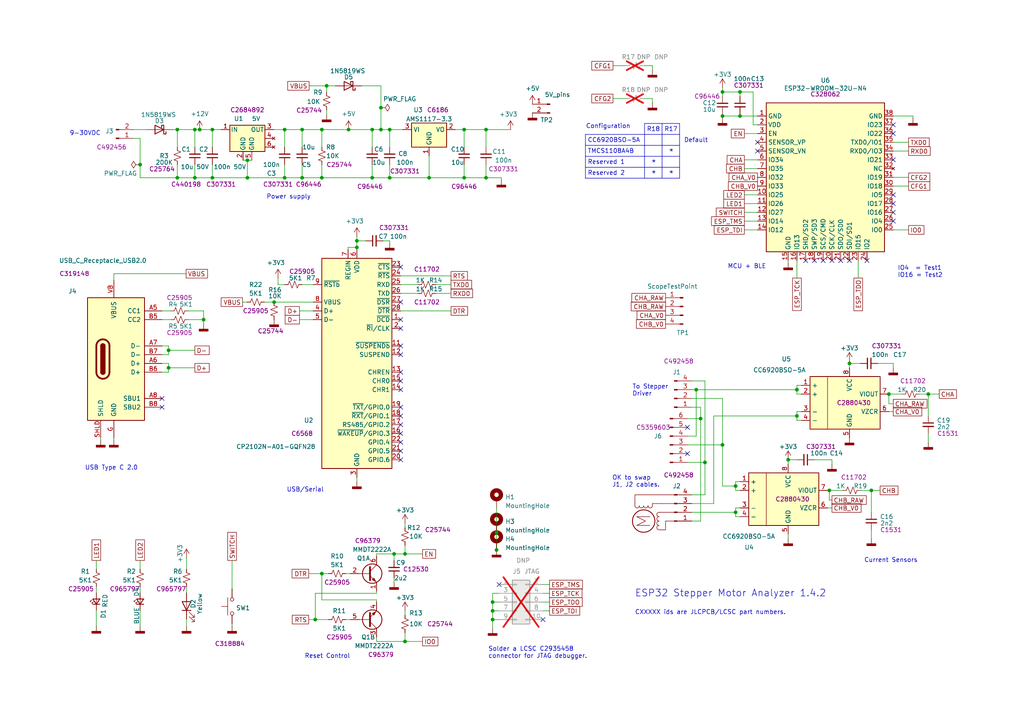
<source format=kicad_sch>
(kicad_sch (version 20230121) (generator eeschema)
  (paper "A4")
  (junction (at 71.755 46.482))
  (junction (at 213.36 140.97))
  (junction (at 48.895 106.68))
  (junction (at 48.895 101.6))
  (junction (at 51.435 37.592))
  (junction (at 93.345 37.592))
  (junction (at 93.345 51.562))
  (junction (at 142.875 177.165))
  (junction (at 201.93 113.03))
  (junction (at 209.55 33.655))
  (junction (at 228.6 133.35))
  (junction (at 117.475 186.055))
  (junction (at 142.875 174.625))
  (junction (at 113.03 37.592))
  (junction (at 40.64 47.752))
  (junction (at 213.36 148.59))
  (junction (at 59.055 92.71))
  (junction (at 209.55 129.032))
  (junction (at 203.2 121.412))
  (junction (at 103.505 71.755))
  (junction (at 240.538 142.24))
  (junction (at 110.49 37.592))
  (junction (at 231.14 113.03))
  (junction (at 110.49 31.242))
  (junction (at 114.3 160.655))
  (junction (at 144.018 159.512))
  (junction (at 142.875 179.705))
  (junction (at 61.595 51.562))
  (junction (at 246.38 105.41))
  (junction (at 107.95 51.562))
  (junction (at 61.595 37.592))
  (junction (at 214.63 33.655))
  (junction (at 101.092 37.592))
  (junction (at 87.63 37.592))
  (junction (at 103.505 69.85))
  (junction (at 57.912 37.592))
  (junction (at 204.47 134.112))
  (junction (at 87.63 51.562))
  (junction (at 269.24 114.3))
  (junction (at 117.475 160.655))
  (junction (at 144.018 154.432))
  (junction (at 94.742 24.892))
  (junction (at 140.97 51.562))
  (junction (at 214.63 26.67))
  (junction (at 140.97 37.592))
  (junction (at 91.44 179.705))
  (junction (at 231.14 120.65))
  (junction (at 51.435 51.562))
  (junction (at 79.502 87.63))
  (junction (at 209.55 26.67))
  (junction (at 124.46 51.562))
  (junction (at 82.55 51.562))
  (junction (at 134.62 37.592))
  (junction (at 107.95 37.592))
  (junction (at 113.03 51.562))
  (junction (at 134.62 51.562))
  (junction (at 93.345 166.37))
  (junction (at 56.515 51.562))
  (junction (at 82.55 37.592))
  (junction (at 71.755 51.562))
  (junction (at 252.73 142.24))
  (junction (at 56.515 37.592))
  (junction (at 257.81 114.3))
  (no_connect (at 219.71 41.275))
  (no_connect (at 219.71 43.815))
  (no_connect (at 233.68 75.565))
  (no_connect (at 236.22 75.565))
  (no_connect (at 259.08 46.355))
  (no_connect (at 259.08 38.735))
  (no_connect (at 259.08 36.195))
  (no_connect (at 238.76 75.565))
  (no_connect (at 241.3 75.565))
  (no_connect (at 243.84 75.565))
  (no_connect (at 246.38 75.565))
  (no_connect (at 259.08 56.515))
  (no_connect (at 259.08 64.135))
  (no_connect (at 259.08 61.595))
  (no_connect (at 259.08 59.055))
  (no_connect (at 116.205 130.81))
  (no_connect (at 116.205 77.47))
  (no_connect (at 199.39 131.572))
  (no_connect (at 46.99 118.11))
  (no_connect (at 46.99 115.57))
  (no_connect (at 116.205 118.11))
  (no_connect (at 251.46 75.565))
  (no_connect (at 116.205 87.63))
  (no_connect (at 116.205 120.65))
  (no_connect (at 199.39 123.952))
  (no_connect (at 116.205 125.73))
  (no_connect (at 116.205 123.19))
  (no_connect (at 116.205 95.25))
  (no_connect (at 116.205 128.27))
  (no_connect (at 116.205 107.95))
  (no_connect (at 116.205 133.35))
  (no_connect (at 116.205 92.71))
  (no_connect (at 116.205 100.33))
  (no_connect (at 157.48 179.705))
  (no_connect (at 116.205 113.03))
  (no_connect (at 144.78 169.545))
  (no_connect (at 116.205 110.49))
  (no_connect (at 116.205 102.87))
  (wire (pts (xy 228.6 75.565) (xy 228.6 76.2)))
  (wire (pts (xy 109.22 184.785) (xy 109.22 186.055)))
  (wire (pts (xy 209.55 115.57) (xy 209.55 129.032)))
  (wire (pts (xy 213.36 142.24) (xy 214.63 142.24)))
  (wire (pts (xy 269.24 114.3) (xy 272.415 114.3)))
  (wire (pts (xy 259.08 43.815) (xy 263.525 43.815)))
  (wire (pts (xy 248.92 75.565) (xy 248.92 80.645)))
  (wire (pts (xy 214.63 139.7) (xy 213.36 139.7)))
  (wire (pts (xy 215.9 48.895) (xy 219.71 48.895)))
  (wire (pts (xy 200.66 151.13) (xy 203.2 151.13)))
  (wire (pts (xy 214.63 33.02) (xy 214.63 33.655)))
  (wire (pts (xy 29.21 127) (xy 29.21 127.635)))
  (wire (pts (xy 215.9 46.355) (xy 219.71 46.355)))
  (wire (pts (xy 140.97 51.562) (xy 145.415 51.562)))
  (wire (pts (xy 199.39 126.492) (xy 201.93 126.492)))
  (wire (pts (xy 100.965 71.755) (xy 100.965 72.39)))
  (wire (pts (xy 231.14 120.65) (xy 231.14 121.92)))
  (wire (pts (xy 257.81 114.3) (xy 261.62 114.3)))
  (wire (pts (xy 134.62 47.752) (xy 134.62 51.562)))
  (wire (pts (xy 61.595 37.592) (xy 64.135 37.592)))
  (wire (pts (xy 232.41 119.38) (xy 231.14 119.38)))
  (wire (pts (xy 114.3 160.655) (xy 114.3 162.56)))
  (wire (pts (xy 219.71 36.195) (xy 218.44 36.195)))
  (polyline (pts (xy 169.799 42.164) (xy 197.104 42.164)) (stroke (width 0) (type solid)))
  (wire (pts (xy 142.875 172.085) (xy 142.875 174.625)))
  (wire (pts (xy 93.345 37.592) (xy 101.092 37.592)))
  (wire (pts (xy 249.555 142.24) (xy 252.73 142.24)))
  (wire (pts (xy 110.49 37.592) (xy 113.03 37.592)))
  (wire (pts (xy 177.8 28.575) (xy 181.61 28.575)))
  (wire (pts (xy 157.48 177.165) (xy 159.385 177.165)))
  (wire (pts (xy 48.895 105.41) (xy 48.895 106.68)))
  (wire (pts (xy 94.742 31.877) (xy 94.742 33.274)))
  (wire (pts (xy 87.63 47.752) (xy 87.63 51.562)))
  (wire (pts (xy 106.045 69.85) (xy 103.505 69.85)))
  (wire (pts (xy 124.46 51.562) (xy 134.62 51.562)))
  (polyline (pts (xy 169.799 45.339) (xy 197.104 45.339)) (stroke (width 0) (type solid)))
  (wire (pts (xy 228.6 154.94) (xy 228.6 156.21)))
  (wire (pts (xy 87.63 82.55) (xy 90.805 82.55)))
  (wire (pts (xy 48.895 106.68) (xy 48.895 107.95)))
  (wire (pts (xy 100.33 166.37) (xy 101.6 166.37)))
  (wire (pts (xy 59.055 92.71) (xy 59.055 90.17)))
  (wire (pts (xy 140.97 47.752) (xy 140.97 51.562)))
  (wire (pts (xy 54.102 179.578) (xy 54.102 181.61)))
  (wire (pts (xy 207.01 120.65) (xy 231.14 120.65)))
  (wire (pts (xy 61.595 37.592) (xy 61.595 42.672)))
  (wire (pts (xy 200.66 148.59) (xy 213.36 148.59)))
  (wire (pts (xy 145.415 51.562) (xy 145.415 52.197)))
  (wire (pts (xy 59.055 92.71) (xy 59.055 93.98)))
  (wire (pts (xy 231.14 121.92) (xy 232.41 121.92)))
  (polyline (pts (xy 169.799 38.989) (xy 169.799 51.689)) (stroke (width 0) (type solid)))
  (polyline (pts (xy 197.104 35.814) (xy 197.104 51.689)) (stroke (width 0) (type solid)))
  (wire (pts (xy 117.475 160.655) (xy 122.555 160.655)))
  (wire (pts (xy 79.375 37.592) (xy 82.55 37.592)))
  (polyline (pts (xy 169.799 38.989) (xy 197.104 38.989)) (stroke (width 0) (type solid)))
  (wire (pts (xy 89.535 179.705) (xy 91.44 179.705)))
  (wire (pts (xy 100.33 179.705) (xy 101.6 179.705)))
  (wire (pts (xy 209.55 27.94) (xy 209.55 26.67)))
  (wire (pts (xy 70.358 87.63) (xy 71.628 87.63)))
  (wire (pts (xy 107.95 42.672) (xy 107.95 37.592)))
  (wire (pts (xy 252.73 142.24) (xy 255.27 142.24)))
  (polyline (pts (xy 192.024 35.814) (xy 192.024 51.689)) (stroke (width 0) (type solid)))
  (wire (pts (xy 259.08 51.435) (xy 263.525 51.435)))
  (wire (pts (xy 201.93 113.03) (xy 201.93 126.492)))
  (wire (pts (xy 40.64 40.132) (xy 40.64 47.752)))
  (wire (pts (xy 82.55 47.752) (xy 82.55 51.562)))
  (wire (pts (xy 140.97 37.592) (xy 148.082 37.592)))
  (wire (pts (xy 40.64 51.562) (xy 51.435 51.562)))
  (wire (pts (xy 71.755 51.562) (xy 82.55 51.562)))
  (wire (pts (xy 79.502 87.63) (xy 90.805 87.63)))
  (wire (pts (xy 40.64 177.038) (xy 40.64 181.61)))
  (wire (pts (xy 231.14 111.76) (xy 231.14 113.03)))
  (wire (pts (xy 82.55 51.562) (xy 87.63 51.562)))
  (wire (pts (xy 259.08 66.675) (xy 263.525 66.675)))
  (wire (pts (xy 87.63 42.672) (xy 87.63 37.592)))
  (wire (pts (xy 203.2 121.412) (xy 203.2 151.13)))
  (wire (pts (xy 33.02 79.375) (xy 53.975 79.375)))
  (wire (pts (xy 87.63 37.592) (xy 93.345 37.592)))
  (wire (pts (xy 103.505 71.755) (xy 103.505 72.39)))
  (wire (pts (xy 232.41 111.76) (xy 231.14 111.76)))
  (wire (pts (xy 56.515 37.592) (xy 56.515 42.672)))
  (wire (pts (xy 93.345 166.37) (xy 95.25 166.37)))
  (wire (pts (xy 117.475 177.165) (xy 117.475 178.435)))
  (wire (pts (xy 93.345 37.592) (xy 93.345 42.672)))
  (wire (pts (xy 89.662 24.892) (xy 94.742 24.892)))
  (wire (pts (xy 117.475 158.115) (xy 117.475 160.655)))
  (wire (pts (xy 240.03 147.32) (xy 241.3 147.32)))
  (wire (pts (xy 240.538 142.24) (xy 244.475 142.24)))
  (wire (pts (xy 103.505 138.43) (xy 103.505 139.7)))
  (wire (pts (xy 27.94 165.1) (xy 27.94 162.56)))
  (wire (pts (xy 113.03 47.752) (xy 113.03 51.562)))
  (wire (pts (xy 48.895 100.33) (xy 48.895 101.6)))
  (wire (pts (xy 189.23 19.05) (xy 189.23 20.32)))
  (wire (pts (xy 254.635 105.41) (xy 259.08 105.41)))
  (wire (pts (xy 109.22 174.625) (xy 109.22 173.99)))
  (wire (pts (xy 82.55 37.592) (xy 87.63 37.592)))
  (wire (pts (xy 209.55 26.67) (xy 214.63 26.67)))
  (wire (pts (xy 269.24 114.3) (xy 269.24 120.65)))
  (wire (pts (xy 199.39 129.032) (xy 209.55 129.032)))
  (wire (pts (xy 142.875 179.705) (xy 144.78 179.705)))
  (wire (pts (xy 71.755 46.482) (xy 71.755 51.562)))
  (wire (pts (xy 56.515 51.562) (xy 61.595 51.562)))
  (wire (pts (xy 126.365 82.55) (xy 130.81 82.55)))
  (wire (pts (xy 54.102 170.18) (xy 54.102 171.958)))
  (wire (pts (xy 103.505 69.85) (xy 103.505 71.755)))
  (wire (pts (xy 259.08 105.41) (xy 259.08 106.68)))
  (wire (pts (xy 86.868 90.17) (xy 90.805 90.17)))
  (wire (pts (xy 257.81 119.38) (xy 259.08 119.38)))
  (wire (pts (xy 46.99 100.33) (xy 48.895 100.33)))
  (wire (pts (xy 117.475 186.055) (xy 122.555 186.055)))
  (wire (pts (xy 209.55 25.4) (xy 209.55 26.67)))
  (wire (pts (xy 207.01 146.05) (xy 207.01 120.65)))
  (wire (pts (xy 116.205 82.55) (xy 121.285 82.55)))
  (wire (pts (xy 116.205 90.17) (xy 130.81 90.17)))
  (polyline (pts (xy 169.799 51.689) (xy 197.104 51.689)) (stroke (width 0) (type solid)))
  (wire (pts (xy 200.66 146.05) (xy 207.01 146.05)))
  (wire (pts (xy 91.44 172.085) (xy 91.44 179.705)))
  (wire (pts (xy 200.66 118.11) (xy 203.2 118.11)))
  (wire (pts (xy 113.03 51.562) (xy 124.46 51.562)))
  (wire (pts (xy 259.08 117.094) (xy 257.81 117.094)))
  (wire (pts (xy 142.875 177.165) (xy 142.875 179.705)))
  (polyline (pts (xy 186.944 35.814) (xy 186.944 51.689)) (stroke (width 0) (type solid)))
  (wire (pts (xy 219.71 56.515) (xy 215.9 56.515)))
  (wire (pts (xy 104.902 24.892) (xy 110.49 24.892)))
  (wire (pts (xy 48.895 107.95) (xy 46.99 107.95)))
  (wire (pts (xy 107.95 37.592) (xy 110.49 37.592)))
  (wire (pts (xy 209.55 33.02) (xy 209.55 33.655)))
  (wire (pts (xy 54.61 92.71) (xy 59.055 92.71)))
  (wire (pts (xy 213.36 149.86) (xy 214.63 149.86)))
  (wire (pts (xy 117.475 151.765) (xy 117.475 153.035)))
  (wire (pts (xy 252.73 153.67) (xy 252.73 156.21)))
  (wire (pts (xy 228.6 133.35) (xy 228.6 134.62)))
  (wire (pts (xy 246.38 105.41) (xy 246.38 106.68)))
  (wire (pts (xy 246.38 104.775) (xy 246.38 105.41)))
  (wire (pts (xy 259.08 53.975) (xy 263.525 53.975)))
  (wire (pts (xy 231.14 114.3) (xy 232.41 114.3)))
  (wire (pts (xy 50.038 37.592) (xy 51.435 37.592)))
  (wire (pts (xy 157.48 169.545) (xy 159.385 169.545)))
  (wire (pts (xy 144.018 147.32) (xy 144.018 154.432)))
  (wire (pts (xy 186.69 28.575) (xy 189.23 28.575)))
  (wire (pts (xy 209.55 33.655) (xy 214.63 33.655)))
  (wire (pts (xy 80.645 82.55) (xy 80.645 80.645)))
  (wire (pts (xy 48.895 101.6) (xy 56.515 101.6)))
  (wire (pts (xy 57.912 37.592) (xy 61.595 37.592)))
  (wire (pts (xy 51.435 37.592) (xy 51.435 42.672)))
  (polyline (pts (xy 186.944 35.814) (xy 197.104 35.814)) (stroke (width 0) (type solid)))
  (wire (pts (xy 140.97 42.672) (xy 140.97 37.592)))
  (wire (pts (xy 56.515 37.592) (xy 57.912 37.592)))
  (wire (pts (xy 51.435 47.752) (xy 51.435 51.562)))
  (wire (pts (xy 189.23 28.575) (xy 189.23 29.845)))
  (wire (pts (xy 266.7 114.3) (xy 269.24 114.3)))
  (wire (pts (xy 101.092 37.592) (xy 107.95 37.592)))
  (wire (pts (xy 199.39 121.412) (xy 203.2 121.412)))
  (wire (pts (xy 94.742 24.892) (xy 94.742 26.797)))
  (wire (pts (xy 46.99 105.41) (xy 48.895 105.41)))
  (wire (pts (xy 48.895 101.6) (xy 48.895 102.87)))
  (wire (pts (xy 215.9 59.055) (xy 219.71 59.055)))
  (wire (pts (xy 240.538 145.034) (xy 240.538 142.24)))
  (wire (pts (xy 61.595 47.752) (xy 61.595 51.562)))
  (wire (pts (xy 82.55 42.672) (xy 82.55 37.592)))
  (wire (pts (xy 199.39 134.112) (xy 204.47 134.112)))
  (wire (pts (xy 214.63 147.32) (xy 213.36 147.32)))
  (wire (pts (xy 134.62 42.672) (xy 134.62 37.592)))
  (wire (pts (xy 54.61 90.17) (xy 59.055 90.17)))
  (wire (pts (xy 177.8 19.05) (xy 181.61 19.05)))
  (wire (pts (xy 213.36 139.7) (xy 213.36 140.97)))
  (wire (pts (xy 48.895 102.87) (xy 46.99 102.87)))
  (wire (pts (xy 215.9 64.135) (xy 219.71 64.135)))
  (wire (pts (xy 209.55 129.032) (xy 209.55 140.97)))
  (wire (pts (xy 113.03 37.592) (xy 116.84 37.592)))
  (wire (pts (xy 110.49 31.242) (xy 110.49 37.592)))
  (wire (pts (xy 82.55 82.55) (xy 80.645 82.55)))
  (wire (pts (xy 142.875 177.165) (xy 144.78 177.165)))
  (wire (pts (xy 209.55 140.97) (xy 213.36 140.97)))
  (wire (pts (xy 89.535 166.37) (xy 93.345 166.37)))
  (wire (pts (xy 240.03 142.24) (xy 240.538 142.24)))
  (wire (pts (xy 257.81 117.094) (xy 257.81 114.3)))
  (wire (pts (xy 40.64 170.18) (xy 40.64 171.958)))
  (wire (pts (xy 201.93 113.03) (xy 231.14 113.03)))
  (wire (pts (xy 215.9 38.735) (xy 219.71 38.735)))
  (wire (pts (xy 33.02 79.375) (xy 33.02 81.28)))
  (wire (pts (xy 134.62 51.562) (xy 140.97 51.562)))
  (wire (pts (xy 236.22 133.35) (xy 241.3 133.35)))
  (wire (pts (xy 94.742 24.892) (xy 97.282 24.892)))
  (wire (pts (xy 56.515 47.752) (xy 56.515 51.562)))
  (wire (pts (xy 86.868 92.71) (xy 90.805 92.71)))
  (wire (pts (xy 231.14 119.38) (xy 231.14 120.65)))
  (polyline (pts (xy 169.799 48.514) (xy 197.104 48.514)) (stroke (width 0) (type solid)))
  (wire (pts (xy 51.435 37.592) (xy 56.515 37.592)))
  (wire (pts (xy 46.99 90.17) (xy 49.53 90.17)))
  (wire (pts (xy 109.22 172.085) (xy 109.22 171.45)))
  (wire (pts (xy 231.14 75.565) (xy 231.14 80.645)))
  (wire (pts (xy 27.94 170.18) (xy 27.94 171.958)))
  (wire (pts (xy 200.66 113.03) (xy 201.93 113.03)))
  (wire (pts (xy 93.345 173.99) (xy 93.345 166.37)))
  (wire (pts (xy 54.102 161.798) (xy 54.102 165.1)))
  (wire (pts (xy 109.22 160.655) (xy 114.3 160.655)))
  (wire (pts (xy 48.895 106.68) (xy 56.515 106.68)))
  (wire (pts (xy 219.71 66.675) (xy 215.9 66.675)))
  (wire (pts (xy 116.205 80.01) (xy 130.81 80.01)))
  (wire (pts (xy 142.875 174.625) (xy 142.875 177.165)))
  (wire (pts (xy 231.14 133.35) (xy 228.6 133.35)))
  (wire (pts (xy 114.3 160.655) (xy 117.475 160.655)))
  (wire (pts (xy 109.22 161.29) (xy 109.22 160.655)))
  (wire (pts (xy 124.46 45.212) (xy 124.46 51.562)))
  (wire (pts (xy 116.205 85.09) (xy 121.285 85.09)))
  (wire (pts (xy 214.63 27.94) (xy 214.63 26.67)))
  (wire (pts (xy 71.755 46.482) (xy 73.025 46.482)))
  (wire (pts (xy 67.31 170.815) (xy 67.31 162.56)))
  (wire (pts (xy 144.018 154.432) (xy 144.018 159.512)))
  (wire (pts (xy 103.505 71.755) (xy 100.965 71.755)))
  (wire (pts (xy 142.875 179.705) (xy 142.875 182.245)))
  (wire (pts (xy 93.345 47.752) (xy 93.345 51.562)))
  (wire (pts (xy 241.3 145.034) (xy 240.538 145.034)))
  (wire (pts (xy 264.795 33.655) (xy 264.795 34.29)))
  (wire (pts (xy 214.63 33.655) (xy 219.71 33.655)))
  (wire (pts (xy 259.08 41.275) (xy 263.525 41.275)))
  (wire (pts (xy 252.73 142.24) (xy 252.73 148.59)))
  (wire (pts (xy 51.435 51.562) (xy 56.515 51.562)))
  (wire (pts (xy 111.125 69.85) (xy 113.03 69.85)))
  (wire (pts (xy 110.49 24.892) (xy 110.49 31.242)))
  (wire (pts (xy 269.24 125.73) (xy 269.24 128.27)))
  (wire (pts (xy 186.69 19.05) (xy 189.23 19.05)))
  (wire (pts (xy 107.95 51.562) (xy 113.03 51.562)))
  (wire (pts (xy 109.22 172.085) (xy 91.44 172.085)))
  (wire (pts (xy 38.735 40.132) (xy 40.64 40.132)))
  (wire (pts (xy 218.44 26.67) (xy 218.44 36.195)))
  (wire (pts (xy 157.48 174.625) (xy 159.385 174.625)))
  (wire (pts (xy 103.505 68.58) (xy 103.505 69.85)))
  (wire (pts (xy 67.31 180.975) (xy 67.31 181.61)))
  (wire (pts (xy 259.08 33.655) (xy 264.795 33.655)))
  (wire (pts (xy 40.64 165.1) (xy 40.64 162.56)))
  (wire (pts (xy 203.2 118.11) (xy 203.2 121.412)))
  (wire (pts (xy 40.64 47.752) (xy 40.64 51.562)))
  (wire (pts (xy 87.63 51.562) (xy 93.345 51.562)))
  (wire (pts (xy 113.03 37.592) (xy 113.03 42.672)))
  (wire (pts (xy 204.47 134.112) (xy 204.47 143.51)))
  (wire (pts (xy 144.78 172.085) (xy 142.875 172.085)))
  (wire (pts (xy 204.47 143.51) (xy 200.66 143.51)))
  (wire (pts (xy 93.345 51.562) (xy 107.95 51.562)))
  (wire (pts (xy 91.44 179.705) (xy 95.25 179.705)))
  (wire (pts (xy 213.36 147.32) (xy 213.36 148.59)))
  (wire (pts (xy 214.63 26.67) (xy 218.44 26.67)))
  (wire (pts (xy 246.38 105.41) (xy 249.555 105.41)))
  (wire (pts (xy 76.708 87.63) (xy 79.502 87.63)))
  (wire (pts (xy 134.62 37.592) (xy 140.97 37.592)))
  (wire (pts (xy 38.735 37.592) (xy 42.418 37.592)))
  (wire (pts (xy 213.36 140.97) (xy 213.36 142.24)))
  (wire (pts (xy 231.14 113.03) (xy 231.14 114.3)))
  (wire (pts (xy 117.475 183.515) (xy 117.475 186.055)))
  (wire (pts (xy 215.9 61.595) (xy 219.71 61.595)))
  (wire (pts (xy 114.3 167.64) (xy 114.3 168.91)))
  (wire (pts (xy 132.08 37.592) (xy 134.62 37.592)))
  (wire (pts (xy 109.22 173.99) (xy 93.345 173.99)))
  (wire (pts (xy 241.3 133.35) (xy 241.3 134.62)))
  (wire (pts (xy 157.48 172.085) (xy 159.385 172.085)))
  (wire (pts (xy 200.66 115.57) (xy 209.55 115.57)))
  (wire (pts (xy 109.22 186.055) (xy 117.475 186.055)))
  (wire (pts (xy 61.595 51.562) (xy 71.755 51.562)))
  (wire (pts (xy 142.875 174.625) (xy 144.78 174.625)))
  (wire (pts (xy 107.95 47.752) (xy 107.95 51.562)))
  (wire (pts (xy 70.485 46.482) (xy 71.755 46.482)))
  (wire (pts (xy 27.94 177.038) (xy 27.94 181.61)))
  (wire (pts (xy 126.365 85.09) (xy 130.81 85.09)))
  (wire (pts (xy 113.03 69.85) (xy 113.03 70.485)))
  (wire (pts (xy 204.47 110.49) (xy 204.47 134.112)))
  (wire (pts (xy 33.02 127) (xy 33.02 127.635)))
  (wire (pts (xy 200.66 110.49) (xy 204.47 110.49)))
  (wire (pts (xy 209.55 33.655) (xy 209.55 34.29)))
  (wire (pts (xy 213.36 148.59) (xy 213.36 149.86)))
  (wire (pts (xy 46.99 92.71) (xy 49.53 92.71)))
  (text "Solder a LCSC C2935458\nconnector for JTAG debugger." (at 141.605 191.135 0) (effects (font (size 1.27 1.27)) (justify left bottom)))
  (text "TMCS1108A4B" (at 170.434 44.704 0) (effects (font (size 1.27 1.27)) (justify left bottom)))
  (text "Current Sensors" (at 266.192 163.322 0) (effects (font (size 1.27 1.27)) (justify right bottom)))
  (text "Reserved 2" (at 170.434 51.054 0) (effects (font (size 1.27 1.27)) (justify left bottom)))
  (text "IO4  = Test1\nIO16 = Test2" (at 260.35 80.645 0) (effects (font (size 1.27 1.27)) (justify left bottom)))
  (text "CXXXXX ids are JLCPCB/LCSC part numbers." (at 184.15 178.435 0) (effects (font (size 1.27 1.27)) (justify left bottom)))
  (text "Reserved 1" (at 170.434 47.879 0) (effects (font (size 1.27 1.27)) (justify left bottom)))
  (text "To Stepper\nDriver" (at 183.388 115.062 0) (effects (font (size 1.27 1.27)) (justify left bottom)))
  (text "*" (at 188.849 48.514 0) (effects (font (size 1.778 1.778)) (justify left bottom)))
  (text "Configuration" (at 182.88 37.465 0) (effects (font (size 1.27 1.27)) (justify right bottom)))
  (text "USB Type C 2.0" (at 40.005 136.525 0) (effects (font (size 1.27 1.27)) (justify right bottom)))
  (text "9-30VDC" (at 29.21 39.497 0) (effects (font (size 1.27 1.27)) (justify right bottom)))
  (text "USB/Serial" (at 93.98 142.875 0) (effects (font (size 1.27 1.27)) (justify right bottom)))
  (text "OK to swap \nJ1, J2 cables." (at 177.546 141.478 0) (effects (font (size 1.27 1.27)) (justify left bottom)))
  (text "*" (at 193.929 45.339 0) (effects (font (size 1.778 1.778)) (justify left bottom)))
  (text "*" (at 193.929 51.689 0) (effects (font (size 1.778 1.778)) (justify left bottom)))
  (text "Reset Control" (at 101.6 191.135 0) (effects (font (size 1.27 1.27)) (justify right bottom)))
  (text "Default" (at 198.374 41.529 0) (effects (font (size 1.27 1.27)) (justify left bottom)))
  (text "R17" (at 192.659 38.354 0) (effects (font (size 1.27 1.27)) (justify left bottom)))
  (text "CC6920BSO-5A" (at 170.434 41.529 0) (effects (font (size 1.27 1.27)) (justify left bottom)))
  (text "R18" (at 187.579 38.354 0) (effects (font (size 1.27 1.27)) (justify left bottom)))
  (text "MCU + BLE" (at 222.25 78.105 0) (effects (font (size 1.27 1.27)) (justify right bottom)))
  (text "Power supply" (at 90.17 57.912 0) (effects (font (size 1.27 1.27)) (justify right bottom)))
  (text "*" (at 188.849 51.689 0) (effects (font (size 1.778 1.778)) (justify left bottom)))
  (text "ESP32 Stepper Motor Analyzer 1.4.2" (at 184.15 173.355 0) (effects (font (size 2 2)) (justify left bottom)))
  (global_label "ESP_TDO" (shape passive) (at 248.92 80.645 270) (property "Intersheetrefs" "${INTERSHEET_REFS}" (effects hide)))
  (global_label "ESP_TMS" (shape passive) (at 159.385 169.545 0) (property "Intersheetrefs" "${INTERSHEET_REFS}" (effects hide)))
  (global_label "CHB" (shape passive) (at 215.9 48.895 180) (property "Intersheetrefs" "${INTERSHEET_REFS}" (effects hide)))
  (global_label "CHA" (shape passive) (at 272.415 114.3 0) (property "Intersheetrefs" "${INTERSHEET_REFS}" (effects hide)))
  (global_label "IO0" (shape passive) (at 122.555 186.055 0) (property "Intersheetrefs" "${INTERSHEET_REFS}" (effects hide)))
  (global_label "CHB_V0" (shape passive) (at 193.04 93.98 180) (property "Intersheetrefs" "${INTERSHEET_REFS}" (effects hide)))
  (global_label "DTR" (shape passive) (at 130.81 90.17 0) (property "Intersheetrefs" "${INTERSHEET_REFS}" (effects hide)))
  (global_label "EN" (shape passive) (at 215.9 38.735 180) (property "Intersheetrefs" "${INTERSHEET_REFS}" (effects hide)))
  (global_label "CHA_V0" (shape passive) (at 259.08 119.38 0) (property "Intersheetrefs" "${INTERSHEET_REFS}" (effects hide)))
  (global_label "LED1" (shape passive) (at 215.9 59.055 180) (property "Intersheetrefs" "${INTERSHEET_REFS}" (effects hide)))
  (global_label "ESP_TDI" (shape passive) (at 215.9 66.675 180) (property "Intersheetrefs" "${INTERSHEET_REFS}" (effects hide)))
  (global_label "LED2" (shape passive) (at 215.9 56.515 180) (property "Intersheetrefs" "${INTERSHEET_REFS}" (effects hide)))
  (global_label "D-" (shape passive) (at 86.868 92.71 180) (property "Intersheetrefs" "${INTERSHEET_REFS}" (effects hide)))
  (global_label "ESP_TCK" (shape passive) (at 231.14 80.645 270) (property "Intersheetrefs" "${INTERSHEET_REFS}" (effects hide)))
  (global_label "RTS" (shape passive) (at 130.81 80.01 0) (property "Intersheetrefs" "${INTERSHEET_REFS}" (effects hide)))
  (global_label "CHB_RAW" (shape passive) (at 241.3 145.034 0) (property "Intersheetrefs" "${INTERSHEET_REFS}" (effects hide)))
  (global_label "ESP_TDO" (shape passive) (at 159.385 174.625 0) (property "Intersheetrefs" "${INTERSHEET_REFS}" (effects hide)))
  (global_label "ESP_TMS" (shape passive) (at 215.9 64.135 180) (property "Intersheetrefs" "${INTERSHEET_REFS}" (effects hide)))
  (global_label "SWITCH" (shape passive) (at 215.9 61.595 180) (property "Intersheetrefs" "${INTERSHEET_REFS}" (effects hide)))
  (global_label "CHA_V0" (shape passive) (at 193.04 91.44 180) (property "Intersheetrefs" "${INTERSHEET_REFS}" (effects hide)))
  (global_label "CHB_V0" (shape passive) (at 241.3 147.32 0) (property "Intersheetrefs" "${INTERSHEET_REFS}" (effects hide)))
  (global_label "D+" (shape passive) (at 56.515 106.68 0) (property "Intersheetrefs" "${INTERSHEET_REFS}" (effects hide)))
  (global_label "ESP_TDI" (shape passive) (at 159.385 177.165 0) (property "Intersheetrefs" "${INTERSHEET_REFS}" (effects hide)))
  (global_label "CFG2" (shape passive) (at 177.8 28.575 180) (property "Intersheetrefs" "${INTERSHEET_REFS}" (effects hide)))
  (global_label "D-" (shape passive) (at 56.515 101.6 0) (property "Intersheetrefs" "${INTERSHEET_REFS}" (effects hide)))
  (global_label "CHA_V0" (shape passive) (at 219.71 51.435 180) (property "Intersheetrefs" "${INTERSHEET_REFS}" (effects hide)))
  (global_label "VBUS" (shape passive) (at 53.975 79.375 0) (property "Intersheetrefs" "${INTERSHEET_REFS}" (effects hide)))
  (global_label "D+" (shape passive) (at 86.868 90.17 180) (property "Intersheetrefs" "${INTERSHEET_REFS}" (effects hide)))
  (global_label "IO0" (shape passive) (at 263.525 66.675 0) (property "Intersheetrefs" "${INTERSHEET_REFS}" (effects hide)))
  (global_label "CHA_RAW" (shape passive) (at 259.08 117.094 0) (property "Intersheetrefs" "${INTERSHEET_REFS}" (effects hide)))
  (global_label "EN" (shape passive) (at 122.555 160.655 0) (property "Intersheetrefs" "${INTERSHEET_REFS}" (effects hide)))
  (global_label "CHA_RAW" (shape passive) (at 193.04 86.36 180) (property "Intersheetrefs" "${INTERSHEET_REFS}" (effects hide)))
  (global_label "CFG1" (shape passive) (at 263.525 53.975 0) (property "Intersheetrefs" "${INTERSHEET_REFS}" (effects hide)))
  (global_label "CHB" (shape passive) (at 255.27 142.24 0) (property "Intersheetrefs" "${INTERSHEET_REFS}" (effects hide)))
  (global_label "ESP_TCK" (shape passive) (at 159.385 172.085 0) (property "Intersheetrefs" "${INTERSHEET_REFS}" (effects hide)))
  (global_label "LED1" (shape passive) (at 27.94 162.56 90) (property "Intersheetrefs" "${INTERSHEET_REFS}" (effects hide)))
  (global_label "SWITCH" (shape passive) (at 67.31 162.56 90) (property "Intersheetrefs" "${INTERSHEET_REFS}" (effects hide)))
  (global_label "LED2" (shape passive) (at 40.64 162.56 90) (property "Intersheetrefs" "${INTERSHEET_REFS}" (effects hide)))
  (global_label "RXD0" (shape passive) (at 263.525 43.815 0) (property "Intersheetrefs" "${INTERSHEET_REFS}" (effects hide)))
  (global_label "TXD0" (shape passive) (at 263.525 41.275 0) (property "Intersheetrefs" "${INTERSHEET_REFS}" (effects hide)))
  (global_label "RXD0" (shape passive) (at 130.81 85.09 0) (property "Intersheetrefs" "${INTERSHEET_REFS}" (effects hide)))
  (global_label "VBUS" (shape passive) (at 70.358 87.63 180) (property "Intersheetrefs" "${INTERSHEET_REFS}" (effects hide)))
  (global_label "CHB_V0" (shape passive) (at 219.71 53.975 180) (property "Intersheetrefs" "${INTERSHEET_REFS}" (effects hide)))
  (global_label "CHA" (shape passive) (at 215.9 46.355 180) (property "Intersheetrefs" "${INTERSHEET_REFS}" (effects hide)))
  (global_label "VBUS" (shape passive) (at 89.662 24.892 180) (property "Intersheetrefs" "${INTERSHEET_REFS}" (effects hide)))
  (global_label "TXD0" (shape passive) (at 130.81 82.55 0) (property "Intersheetrefs" "${INTERSHEET_REFS}" (effects hide)))
  (global_label "CHB_RAW" (shape passive) (at 193.04 88.9 180) (property "Intersheetrefs" "${INTERSHEET_REFS}" (effects hide)))
  (global_label "RTS" (shape passive) (at 89.535 179.705 180) (property "Intersheetrefs" "${INTERSHEET_REFS}" (effects hide)))
  (global_label "CFG1" (shape passive) (at 177.8 19.05 180) (property "Intersheetrefs" "${INTERSHEET_REFS}" (effects hide)))
  (global_label "DTR" (shape passive) (at 89.535 166.37 180) (property "Intersheetrefs" "${INTERSHEET_REFS}" (effects hide)))
  (global_label "CFG2" (shape passive) (at 263.525 51.435 0) (property "Intersheetrefs" "${INTERSHEET_REFS}" (effects hide)))
  (symbol (lib_id "Device:R_Small_US") (at 52.07 92.71 270) (unit 1)
    (property "Reference" "R5" (at 50.165 94.615 90))
    (property "Value" "5K1" (at 53.975 94.615 90))
    (property "Footprint" "Resistor_SMD:R_0402_1005Metric" (effects hide))
    (property "LCSC" "C25905" (at 52.07 96.52 90))
  )
  (symbol (lib_id "Device:R_Small_US") (at 52.07 90.17 270) (unit 1)
    (property "Reference" "R4" (at 50.165 88.265 90))
    (property "Value" "5K1" (at 53.975 88.265 90))
    (property "Footprint" "Resistor_SMD:R_0402_1005Metric" (effects hide))
    (property "LCSC" "C25905" (at 52.07 86.36 90))
  )
  (symbol (lib_id "power:GNDD") (at 59.055 93.98 0) (unit 1)
    (property "Reference" "#PWR07" (effects hide))
    (property "Value" "GNDD" (effects hide))
  )
  (symbol (lib_id "power:GNDD") (at 33.02 127.635 0) (unit 1)
    (property "Reference" "#PWR03" (effects hide))
    (property "Value" "GNDD" (effects hide))
  )
  (symbol (lib_id "stepper_monitor:USB_C_Receptacle_USB2.0") (at 31.75 104.14 0) (unit 1)
    (property "Reference" "J4" (at 22.225 84.455 0) (effects (justify right)))
    (property "Value" "USB_C_Receptacle_USB2.0" (at 42.545 75.565 0) (effects (justify right)))
    (property "Footprint" "stepper_monitor:USB_C_Receptacle_XKB_U262-16XN-4BVC11" (effects hide))
    (property "Datasheet" "https://www.usb.org/sites/default/files/documents/usb_type-c.zip" (effects hide))
    (property "LCSC" "C319148" (at 21.59 79.375 0))
  )
  (symbol (lib_id "Device:C_Small") (at 134.62 45.212 180) (unit 1)
    (property "Reference" "C10" (at 132.715 43.307 0))
    (property "Value" "10u" (at 132.715 47.117 0))
    (property "Footprint" "Capacitor_SMD:C_0603_1608Metric" (effects hide))
    (property "LCSC" "C96446" (at 134.62 54.102 0))
  )
  (symbol (lib_id "Device:C_Small") (at 113.03 45.212 180) (unit 1)
    (property "Reference" "C8" (at 116.84 44.577 0))
    (property "Value" "100n" (at 117.475 47.117 0))
    (property "Footprint" "Capacitor_SMD:C_0402_1005Metric" (effects hide))
    (property "LCSC" "C307331" (at 117.475 49.657 0))
  )
  (symbol (lib_id "Device:C_Small") (at 140.97 45.212 180) (unit 1)
    (property "Reference" "C11" (at 144.78 43.942 0))
    (property "Value" "100n" (at 146.05 46.482 0))
    (property "Footprint" "Capacitor_SMD:C_0402_1005Metric" (effects hide))
    (property "LCSC" "C307331" (at 146.05 49.022 0))
  )
  (symbol (lib_id "power:GNDD") (at 145.415 52.197 0) (unit 1)
    (property "Reference" "#PWR019" (effects hide))
    (property "Value" "GNDD" (effects hide))
  )
  (symbol (lib_id "Device:R_Small_US") (at 27.94 167.64 180) (unit 1)
    (property "Reference" "R1" (at 24.765 165.735 0))
    (property "Value" "5K1" (at 24.765 168.275 0))
    (property "Footprint" "Resistor_SMD:R_0402_1005Metric" (effects hide))
    (property "LCSC" "C25905" (at 23.495 170.815 0))
  )
  (symbol (lib_id "power:GNDD") (at 54.102 181.61 0) (unit 1)
    (property "Reference" "#PWR06" (effects hide))
    (property "Value" "GNDD" (effects hide))
  )
  (symbol (lib_id "power:GNDD") (at 27.94 181.61 0) (unit 1)
    (property "Reference" "#PWR01" (effects hide))
    (property "Value" "GNDD" (effects hide))
  )
  (symbol (lib_id "Device:R_Small_US") (at 40.64 167.64 180) (unit 1)
    (property "Reference" "R2" (at 38.1 165.735 0))
    (property "Value" "5K1" (at 37.465 168.275 0))
    (property "Footprint" "Resistor_SMD:R_0402_1005Metric" (effects hide))
    (property "LCSC" "C965797" (at 36.195 170.815 0))
  )
  (symbol (lib_id "power:GNDD") (at 40.64 181.61 0) (unit 1)
    (property "Reference" "#PWR04" (effects hide))
    (property "Value" "GNDD" (effects hide))
  )
  (symbol (lib_id "power:+3V3") (at 54.102 161.798 0) (unit 1)
    (property "Reference" "#PWR05" (effects hide))
    (property "Value" "+3V3" (at 52.197 160.528 90))
  )
  (symbol (lib_id "stepper_monitor:ESP32-WROOM-32D") (at 269.24 57.785 0) (unit 1)
    (property "Reference" "U6" (at 239.395 23.3172 0))
    (property "Value" "ESP32-WROOM-32U-N4" (at 239.395 25.6286 0))
    (property "Footprint" "stepper_monitor:ESP32-WROOM-32UE" (effects hide))
    (property "Datasheet" "https://www.espressif.com/sites/default/files/documentation/esp32-wroom-32d_esp32-wroom-32u_datasheet_en.pdf" (effects hide))
    (property "LCSC" "C328062\n" (at 239.395 27.305 0))
  )
  (symbol (lib_id "power:GNDD") (at 228.6 76.2 0) (unit 1)
    (property "Reference" "#PWR027" (effects hide))
    (property "Value" "GNDD" (effects hide))
  )
  (symbol (lib_id "power:GNDD") (at 264.795 34.29 0) (unit 1)
    (property "Reference" "#PWR035" (effects hide))
    (property "Value" "GNDD" (effects hide))
  )
  (symbol (lib_id "power:+3V3") (at 209.55 25.4 0) (unit 1)
    (property "Reference" "#PWR023" (effects hide))
    (property "Value" "+3V3" (at 209.55 21.59 0))
  )
  (symbol (lib_id "stepper_monitor:CP2102N-A01-GQFN28-Interface_USB") (at 103.505 105.41 0) (unit 1)
    (property "Reference" "U2" (at 89.535 121.92 0))
    (property "Value" "CP2102N-A01-GQFN28" (at 80.01 129.54 0))
    (property "Footprint" "stepper_monitor:QFN-28-1EP_5x5mm_P0.5mm_EP3.35x3.35mm" (effects hide))
    (property "Datasheet" "https://www.silabs.com/documents/public/data-sheets/cp2102n-datasheet.pdf" (effects hide))
    (property "LCSC" "C6568" (at 87.63 125.73 0))
  )
  (symbol (lib_id "power:GNDD") (at 103.505 139.7 0) (unit 1)
    (property "Reference" "#PWR013" (effects hide))
    (property "Value" "GNDD" (effects hide))
  )
  (symbol (lib_id "power:+3V3") (at 103.505 68.58 0) (unit 1)
    (property "Reference" "#PWR012" (effects hide))
    (property "Value" "+3V3" (at 102.87 64.135 0))
  )
  (symbol (lib_id "Device:R_Small_US") (at 85.09 82.55 270) (unit 1)
    (property "Reference" "R7" (at 90.17 80.645 90))
    (property "Value" "5K1" (at 85.725 80.645 90))
    (property "Footprint" "Resistor_SMD:R_0402_1005Metric" (effects hide))
    (property "LCSC" "C25905" (at 87.63 78.74 90))
  )
  (symbol (lib_id "Device:C_Small") (at 108.585 69.85 90) (unit 1)
    (property "Reference" "C7" (at 111.125 68.58 90))
    (property "Value" "100n" (at 115.57 68.58 90))
    (property "Footprint" "Capacitor_SMD:C_0402_1005Metric" (effects hide))
    (property "LCSC" "C307331" (at 114.3 66.04 90))
  )
  (symbol (lib_id "power:GNDD") (at 113.03 70.485 0) (unit 1)
    (property "Reference" "#PWR014" (effects hide))
    (property "Value" "GNDD" (effects hide))
  )
  (symbol (lib_id "power:PWR_FLAG") (at 110.49 31.242 270) (unit 1)
    (property "Reference" "#FLG03" (effects hide))
    (property "Value" "PWR_FLAG" (at 111.125 28.702 90) (effects (justify left)))
  )
  (symbol (lib_id "Device:R_Small_US") (at 184.15 28.575 90) (unit 1) (dnp yes)
    (property "Reference" "R18" (at 182.245 26.035 90))
    (property "Value" "DNP" (at 186.69 26.035 90))
    (property "Footprint" "Resistor_SMD:R_0402_1005Metric" (effects hide))
    (property "LCSC" "DNP" (at 191.77 26.035 90))
  )
  (symbol (lib_id "Connector:Conn_01x04_Pin") (at 198.12 88.9 0) (mirror y) (unit 1) (in_bom no)
    (property "Reference" "TP1" (at 196.215 96.52 0) (effects (justify right)))
    (property "Value" "ScopeTestPoint" (at 187.706 83.058 0) (effects (justify right)))
    (property "Footprint" "Connector_PinHeader_2.54mm:PinHeader_1x04_P2.54mm_Vertical" (effects hide))
  )
  (symbol (lib_id "power:GNDD") (at 252.73 156.21 0) (unit 1)
    (property "Reference" "#PWR032" (effects hide))
    (property "Value" "GNDD" (effects hide))
  )
  (symbol (lib_id "Device:C_Small") (at 107.95 45.212 180) (unit 1)
    (property "Reference" "C6" (at 109.855 43.307 0))
    (property "Value" "10u" (at 109.855 47.117 0))
    (property "Footprint" "Capacitor_SMD:C_0603_1608Metric" (effects hide))
    (property "LCSC" "C96446" (at 107.315 54.102 0))
  )
  (symbol (lib_id "power:GNDD") (at 228.6 156.21 0) (unit 1)
    (property "Reference" "#PWR026" (effects hide))
    (property "Value" "GNDD" (effects hide))
  )
  (symbol (lib_id "Device:C_Small") (at 214.63 30.48 0) (unit 1)
    (property "Reference" "C13" (at 219.71 22.86 0))
    (property "Value" "100n" (at 215.265 22.86 0))
    (property "Footprint" "Capacitor_SMD:C_0402_1005Metric" (effects hide))
    (property "LCSC" "C307331" (at 217.17 24.765 0))
  )
  (symbol (lib_id "Device:R_Small_US") (at 94.742 29.337 180) (unit 1)
    (property "Reference" "R9" (at 92.202 26.797 0))
    (property "Value" "10K" (at 90.932 29.464 0))
    (property "Footprint" "Resistor_SMD:R_0402_1005Metric" (effects hide))
    (property "LCSC" "C25744" (at 89.662 32.004 0))
  )
  (symbol (lib_id "Device:LED_Small") (at 40.64 174.498 90) (unit 1)
    (property "Reference" "D4" (at 39.624 171.704 0))
    (property "Value" "BLUE" (at 39.624 178.562 0))
    (property "Footprint" "LED_SMD:LED_0603_1608Metric" (effects hide))
    (property "Datasheet" "https://datasheet.lcsc.com/lcsc/1811101510_Everlight-Elec-19-217-BHC-ZL1M2RY-3T_C72041.pdf" (effects hide))
    (property "LCSC" "C72041" (effects hide))
  )
  (symbol (lib_id "power:+5V") (at 154.432 30.226 0) (unit 1)
    (property "Reference" "#PWR039" (effects hide))
    (property "Value" "+5V" (at 154.432 25.654 0))
  )
  (symbol (lib_id "Device:C_Small") (at 269.24 123.19 0) (unit 1)
    (property "Reference" "C19" (at 273.685 121.92 0))
    (property "Value" "2n2" (at 273.685 123.825 0))
    (property "Footprint" "Capacitor_SMD:C_0402_1005Metric" (effects hide))
    (property "LCSC" "C1531" (at 274.955 125.73 0))
  )
  (symbol (lib_id "Regulator_Linear:AMS1117-3.3") (at 124.46 37.592 0) (unit 1)
    (property "Reference" "U3" (at 121.285 31.877 0))
    (property "Value" "AMS1117-3.3" (at 124.46 34.5241 0))
    (property "Footprint" "stepper_monitor:SOT-223-3_TabPin2" (effects hide))
    (property "Datasheet" "http://www.advanced-monolithic.com/pdf/ds1117.pdf" (effects hide))
    (property "LCSC" "C6186" (at 127 31.877 0))
  )
  (symbol (lib_id "power:GNDD") (at 189.23 29.845 0) (unit 1)
    (property "Reference" "#PWR022" (effects hide))
    (property "Value" "GNDD" (effects hide))
  )
  (symbol (lib_id "power:GNDD") (at 67.31 181.61 0) (unit 1)
    (property "Reference" "#PWR08" (effects hide))
    (property "Value" "GNDD" (effects hide))
  )
  (symbol (lib_id "Device:C_Small") (at 61.595 45.212 180) (unit 1)
    (property "Reference" "C2" (at 59.055 43.307 0))
    (property "Value" "100n 50V" (at 66.675 48.387 0))
    (property "Footprint" "Capacitor_SMD:C_0402_1005Metric" (effects hide))
    (property "LCSC" "C307331" (at 64.135 53.467 0))
  )
  (symbol (lib_id "Device:C_Small") (at 56.515 45.212 180) (unit 1)
    (property "Reference" "C1" (at 53.975 43.307 0))
    (property "Value" "10u 50V" (at 56.515 48.387 0))
    (property "Footprint" "Capacitor_SMD:C_0805_2012Metric" (effects hide))
    (property "LCSC" "C440198" (at 53.975 53.467 0))
  )
  (symbol (lib_id "power:GNDD") (at 259.08 106.68 0) (unit 1)
    (property "Reference" "#PWR033" (effects hide))
    (property "Value" "GNDD" (effects hide))
  )
  (symbol (lib_id "Device:R_Small_US") (at 123.825 82.55 270) (unit 1)
    (property "Reference" "R14" (at 126.365 81.28 90))
    (property "Value" "1K" (at 121.92 81.28 90))
    (property "Footprint" "Resistor_SMD:R_0402_1005Metric" (effects hide))
    (property "LCSC" "C11702" (at 123.825 78.105 90))
  )
  (symbol (lib_id "power:GNDD") (at 154.432 32.766 0) (unit 1)
    (property "Reference" "#PWR040" (effects hide))
    (property "Value" "GNDD" (effects hide))
  )
  (symbol (lib_id "Device:LED_Small") (at 27.94 174.498 90) (unit 1)
    (property "Reference" "D1" (at 29.972 178.054 0))
    (property "Value" "RED" (at 30.48 174.244 0))
    (property "Footprint" "LED_SMD:LED_0603_1608Metric" (effects hide))
    (property "LCSC" "C2286" (effects hide))
  )
  (symbol (lib_id "Device:R_Small_US") (at 51.435 45.212 0) (unit 1)
    (property "Reference" "R3" (at 47.625 45.212 0))
    (property "Value" "200K" (at 47.625 47.117 0))
    (property "Footprint" "Resistor_SMD:R_0402_1005Metric" (effects hide))
    (property "LCSC" "C25764" (at 46.99 49.022 0))
  )
  (symbol (lib_id "power:+3V3") (at 246.38 104.775 0) (unit 1)
    (property "Reference" "#PWR030" (effects hide))
    (property "Value" "+3V3" (at 246.38 100.965 0))
  )
  (symbol (lib_id "Device:R_Small_US") (at 264.16 114.3 270) (unit 1)
    (property "Reference" "R20" (at 266.7 113.03 90))
    (property "Value" "1K" (at 261.62 113.03 90))
    (property "Footprint" "Resistor_SMD:R_0402_1005Metric" (effects hide))
    (property "LCSC" "C11702" (at 264.795 110.49 90))
  )
  (symbol (lib_id "power:GNDD") (at 269.24 128.27 0) (unit 1)
    (property "Reference" "#PWR036" (effects hide))
    (property "Value" "GNDD" (effects hide))
  )
  (symbol (lib_id "power:GNDD") (at 94.742 33.274 0) (unit 1)
    (property "Reference" "#PWR011" (effects hide))
    (property "Value" "GNDD" (effects hide))
  )
  (symbol (lib_id "Transistor_BJT:MMDT2222A") (at 106.68 166.37 0) (unit 1)
    (property "Reference" "Q1" (at 103.505 161.925 0) (effects (justify left)))
    (property "Value" "MMDT2222A" (at 102.235 159.385 0) (effects (justify left)))
    (property "Footprint" "stepper_monitor:SOT-363_SC-70-6" (effects hide))
    (property "Datasheet" "http://www.diodes.com/_files/datasheets/ds30125.pdf" (effects hide))
    (property "LCSC" "C96379" (at 106.68 156.845 0))
  )
  (symbol (lib_id "Device:C_Small") (at 252.095 105.41 270) (unit 1)
    (property "Reference" "C17" (at 260.985 102.87 90))
    (property "Value" "100n" (at 255.27 102.87 90))
    (property "Footprint" "Capacitor_SMD:C_0402_1005Metric" (effects hide))
    (property "LCSC" "C307331" (at 257.175 100.33 90))
  )
  (symbol (lib_id "Device:R_Small_US") (at 117.475 155.575 180) (unit 1)
    (property "Reference" "R12" (at 120.015 153.035 0))
    (property "Value" "10K" (at 120.65 155.575 0))
    (property "Footprint" "Resistor_SMD:R_0402_1005Metric" (effects hide))
    (property "LCSC" "C25744" (at 127 153.67 0))
  )
  (symbol (lib_id "Connector:Conn_01x02_Pin") (at 33.655 40.132 0) (mirror x) (unit 1)
    (property "Reference" "J3" (at 32.9439 38.0273 0) (effects (justify right)))
    (property "Value" "Conn_01x02_Pin" (effects hide))
    (property "Footprint" "Connector_JST:JST_XH_B2B-XH-A_1x02_P2.50mm_Vertical" (effects hide))
    (property "LCSC" "C492456" (at 32.385 42.672 0))
  )
  (symbol (lib_id "power:+3V3") (at 148.082 37.592 0) (unit 1)
    (property "Reference" "#PWR029" (effects hide))
    (property "Value" "+3V3" (at 147.447 33.147 0))
  )
  (symbol (lib_id "power:+3V3") (at 117.475 177.165 0) (unit 1)
    (property "Reference" "#PWR017" (effects hide))
    (property "Value" "+3V3" (at 117.475 173.355 0))
  )
  (symbol (lib_id "Connector_Generic:Conn_02x05_Odd_Even") (at 149.86 174.625 0) (unit 1) (dnp yes)
    (property "Reference" "J5" (at 149.86 165.735 0))
    (property "Value" "JTAG" (at 154.305 165.735 0))
    (property "Footprint" "stepper_monitor:PinHeader_2x05_P1.27mm_Vertical_SMD" (effects hide))
    (property "LCSC" "DNP" (at 151.765 162.56 0))
  )
  (symbol (lib_id "Connector:Conn_01x04_Pin") (at 195.58 148.59 0) (mirror x) (unit 1)
    (property "Reference" "J2" (at 197.485 140.97 0) (effects (justify right)))
    (property "Value" "Conn_01x04_Pin" (effects hide))
    (property "Footprint" "Connector_JST:JST_XH_B4B-XH-A_1x04_P2.50mm_Vertical" (effects hide))
    (property "LCSC" "C492458" (at 196.85 137.795 0))
  )
  (symbol (lib_id "Device:C_Small") (at 82.55 45.212 180) (unit 1)
    (property "Reference" "C3" (at 78.74 50.292 0))
    (property "Value" "100n" (at 78.74 47.752 0))
    (property "Footprint" "Capacitor_SMD:C_0402_1005Metric" (effects hide))
    (property "LCSC" "C307331" (at 80.645 53.467 0))
  )
  (symbol (lib_id "power:GNDD") (at 29.21 127.635 0) (unit 1)
    (property "Reference" "#PWR02" (effects hide))
    (property "Value" "GNDD" (effects hide))
  )
  (symbol (lib_id "power:+5V") (at 101.092 37.592 0) (unit 1)
    (property "Reference" "#PWR034" (effects hide))
    (property "Value" "+5V" (at 101.092 33.02 0))
  )
  (symbol (lib_id "stepper_monitor:Motor-simple_stepper_motor_analyzer") (at 189.23 151.13 90) (unit 1) (in_bom no) (on_board no)
    (property "Reference" "M1" (effects hide))
    (property "Value" "Motor-simple_stepper_motor_analyzer" (effects hide))
    (property "Footprint" "stepper_monitor:Empty" (effects hide))
  )
  (symbol (lib_id "power:GNDD") (at 144.018 159.512 0) (unit 1)
    (property "Reference" "#PWR038" (effects hide))
    (property "Value" "GNDD" (effects hide))
  )
  (symbol (lib_id "power:+3V3") (at 117.475 151.765 0) (unit 1)
    (property "Reference" "#PWR016" (effects hide))
    (property "Value" "+3V3" (at 117.475 147.955 0))
  )
  (symbol (lib_id "Connector:Conn_01x02_Pin") (at 159.512 30.226 0) (mirror y) (unit 1)
    (property "Reference" "TP2" (at 156.718 34.798 0) (effects (justify right)))
    (property "Value" "5V_pins" (at 157.988 27.432 0) (effects (justify right)))
    (property "Footprint" "Connector_PinHeader_2.54mm:PinHeader_1x02_P2.54mm_Vertical" (effects hide))
  )
  (symbol (lib_id "power:+3V3") (at 228.6 133.35 0) (unit 1)
    (property "Reference" "#PWR025" (effects hide))
    (property "Value" "+3V3" (at 228.6 129.54 0))
  )
  (symbol (lib_id "power:GNDD") (at 246.38 127 0) (unit 1)
    (property "Reference" "#PWR031" (effects hide))
    (property "Value" "GNDD" (effects hide))
  )
  (symbol (lib_id "Device:R_Small_US") (at 117.475 180.975 180) (unit 1)
    (property "Reference" "R13" (at 120.65 177.8 0))
    (property "Value" "10K" (at 120.65 180.975 0))
    (property "Footprint" "Resistor_SMD:R_0402_1005Metric" (effects hide))
    (property "LCSC" "C25744" (at 127.635 180.975 0))
  )
  (symbol (lib_id "Device:R_Small_US") (at 123.825 85.09 270) (unit 1)
    (property "Reference" "R15" (at 126.365 83.82 90))
    (property "Value" "1K" (at 121.92 83.82 90))
    (property "Footprint" "Resistor_SMD:R_0402_1005Metric" (effects hide))
    (property "LCSC" "C11702" (at 123.825 87.63 90))
  )
  (symbol (lib_id "power:GNDD") (at 189.23 20.32 0) (unit 1)
    (property "Reference" "#PWR021" (effects hide))
    (property "Value" "GNDD" (effects hide))
  )
  (symbol (lib_id "power:GNDD") (at 241.3 134.62 0) (unit 1)
    (property "Reference" "#PWR028" (effects hide))
    (property "Value" "GNDD" (effects hide))
  )
  (symbol (lib_id "Mechanical:MountingHole_Pad") (at 144.018 156.972 0) (unit 1)
    (property "Reference" "H4" (at 146.558 156.337 0) (effects (justify left)))
    (property "Value" "MountingHole" (at 146.558 158.877 0) (effects (justify left)))
    (property "Footprint" "MountingHole:MountingHole_3.2mm_M3_Pad_Via" (effects hide))
  )
  (symbol (lib_id "stepper_monitor:CC6920BSO_soic8") (at 229.87 144.78 0) (unit 1)
    (property "Reference" "U4" (at 215.9 158.75 0) (effects (justify left)))
    (property "Value" "CC6920BSO-5A" (at 209.55 155.575 0) (effects (justify left)))
    (property "Footprint" "Package_SO:SOIC-8_3.9x4.9mm_P1.27mm" (effects hide))
    (property "Datasheet" "https://datasheet.lcsc.com/lcsc/2108201830_Cross-chip-CC6920BSO-30A_C2880434.pdf" (effects hide))
    (property "LCSC" "C2880430" (at 229.87 144.78 0))
  )
  (symbol (lib_id "power:GNDD") (at 209.55 34.29 0) (unit 1)
    (property "Reference" "#PWR024" (effects hide))
    (property "Value" "GNDD" (effects hide))
  )
  (symbol (lib_id "Device:C_Small") (at 233.68 133.35 270) (unit 1)
    (property "Reference" "C14" (at 242.57 131.445 90))
    (property "Value" "100n" (at 237.49 131.445 90))
    (property "Footprint" "Capacitor_SMD:C_0402_1005Metric" (effects hide))
    (property "LCSC" "C307331" (at 238.125 129.54 90))
  )
  (symbol (lib_id "Device:R_Small_US") (at 93.345 45.212 180) (unit 1)
    (property "Reference" "R8" (at 95.885 42.672 0))
    (property "Value" "10K" (at 96.52 45.212 0))
    (property "Footprint" "Resistor_SMD:R_0402_1005Metric" (effects hide))
    (property "LCSC" "C25744" (at 98.425 47.752 0))
  )
  (symbol (lib_id "Mechanical:MountingHole_Pad") (at 144.018 151.892 0) (unit 1)
    (property "Reference" "H3" (at 146.558 151.257 0) (effects (justify left)))
    (property "Value" "MountingHole" (at 146.558 153.797 0) (effects (justify left)))
    (property "Footprint" "MountingHole:MountingHole_3.2mm_M3_Pad_Via" (effects hide))
  )
  (symbol (lib_id "Device:R_Small_US") (at 74.168 87.63 90) (unit 1)
    (property "Reference" "R22" (at 74.168 82.55 90))
    (property "Value" "5K1" (at 74.168 85.09 90))
    (property "Footprint" "Resistor_SMD:R_0402_1005Metric" (effects hide))
    (property "LCSC" "C25905" (at 74.168 90.17 90))
  )
  (symbol (lib_id "power:PWR_FLAG") (at 40.64 47.752 90) (unit 1)
    (property "Reference" "#FLG01" (effects hide))
    (property "Value" "PWR_FLAG" (at 34.925 50.292 90))
  )
  (symbol (lib_id "Device:C_Small") (at 114.3 165.1 180) (unit 1)
    (property "Reference" "C9" (at 116.205 163.195 0))
    (property "Value" "2u2" (at 116.205 167.64 0))
    (property "Footprint" "Capacitor_SMD:C_0402_1005Metric" (effects hide))
    (property "LCSC" "C12530" (at 120.65 165.1 0))
  )
  (symbol (lib_id "Transistor_BJT:MMDT2222A") (at 106.68 179.705 0) (mirror x) (unit 2)
    (property "Reference" "Q1" (at 104.775 184.785 0) (effects (justify left)))
    (property "Value" "MMDT2222A" (at 102.87 187.325 0) (effects (justify left)))
    (property "Footprint" "stepper_monitor:SOT-363_SC-70-6" (effects hide))
    (property "Datasheet" "http://www.diodes.com/_files/datasheets/ds30125.pdf" (effects hide))
    (property "LCSC" "C96379" (at 110.49 189.865 0))
  )
  (symbol (lib_id "power:GNDD") (at 142.875 182.245 0) (unit 1)
    (property "Reference" "#PWR018" (effects hide))
    (property "Value" "GNDD" (effects hide))
  )
  (symbol (lib_id "Device:C_Small") (at 252.73 151.13 0) (unit 1)
    (property "Reference" "C16" (at 257.175 149.86 0))
    (property "Value" "2n2" (at 257.175 151.765 0))
    (property "Footprint" "Capacitor_SMD:C_0402_1005Metric" (effects hide))
    (property "LCSC" "C1531" (at 258.445 153.67 0))
  )
  (symbol (lib_id "Diode:1N5819") (at 101.092 24.892 180) (unit 1)
    (property "Reference" "D5" (at 101.092 22.352 0))
    (property "Value" "1N5819WS" (at 100.838 20.574 0))
    (property "Footprint" "Diode_SMD:D_SOD-323" (effects hide))
    (property "Datasheet" "https://datasheet.lcsc.com/lcsc/2204281430_Guangdong-Hottech-1N5819WS_C191023.pdf" (effects hide))
    (property "LCSC" "C191023" (effects hide))
  )
  (symbol (lib_id "Switch:SW_Push") (at 67.31 175.895 90) (unit 1)
    (property "Reference" "SW1" (at 68.453 176.3288 90) (effects (justify right)))
    (property "Value" "SW_Push" (effects hide))
    (property "Footprint" "Button_Switch_SMD:SW_SPST_TL3342" (effects hide))
    (property "LCSC" "C318884" (at 66.675 186.69 90))
  )
  (symbol (lib_id "Device:C_Small") (at 209.55 30.48 180) (unit 1)
    (property "Reference" "C12" (at 205.74 29.845 0))
    (property "Value" "10u" (at 205.74 31.75 0))
    (property "Footprint" "Capacitor_SMD:C_0603_1608Metric" (effects hide))
    (property "LCSC" "C96446" (at 205.105 27.94 0))
  )
  (symbol (lib_id "Device:R_Small_US") (at 97.79 179.705 270) (unit 1)
    (property "Reference" "R11" (at 98.425 177.165 90))
    (property "Value" "5K1" (at 98.425 182.245 90))
    (property "Footprint" "Resistor_SMD:R_0402_1005Metric" (effects hide))
    (property "LCSC" "C25905" (at 98.425 184.785 90))
  )
  (symbol (lib_id "stepper_monitor:DC_DC") (at 71.755 37.592 0) (unit 1)
    (property "Reference" "U1" (at 69.215 34.417 0))
    (property "Value" "5V" (at 74.295 34.417 0))
    (property "Footprint" "stepper_monitor:Converter_DCDC" (effects hide))
    (property "Datasheet" "https://www.recom-power.com/pdf/Innoline/R-78Exx-0.5.pdf" (effects hide))
    (property "LCSC" "C2684892" (at 71.755 31.877 0))
  )
  (symbol (lib_id "Connector:Conn_01x06_Pin") (at 194.31 129.032 0) (mirror x) (unit 1)
    (property "Reference" "J6" (at 192.024 126.492 0) (effects (justify right)))
    (property "Value" "Conn_01x04_Pin" (effects hide))
    (property "Footprint" "Connector_JST:JST_PH_B6B-PH-K_1x06_P2.00mm_Vertical" (effects hide))
    (property "LCSC" "C5359603" (at 189.484 123.952 0))
    (property "Note" "two inner pins are usually swapped, so here they are swapped too" (effects hide))
  )
  (symbol (lib_id "Device:LED") (at 54.102 175.768 90) (unit 1)
    (property "Reference" "D2" (at 56.007 175.133 0))
    (property "Value" "Yellow" (at 57.912 175.133 0))
    (property "Footprint" "LED_SMD:LED_0603_1608Metric" (effects hide))
    (property "LCSC" "C72038" (effects hide))
  )
  (symbol (lib_id "Device:R_Small_US") (at 79.502 90.17 180) (unit 1)
    (property "Reference" "R16" (at 79.756 84.074 0))
    (property "Value" "10K" (at 79.756 85.852 0))
    (property "Footprint" "Resistor_SMD:R_0402_1005Metric" (effects hide))
    (property "LCSC" "C25744" (at 78.486 96.012 0))
  )
  (symbol (lib_id "Device:C_Small") (at 87.63 45.212 180) (unit 1)
    (property "Reference" "C5" (at 88.9 47.752 0))
    (property "Value" "10u" (at 89.535 42.672 0))
    (property "Footprint" "Capacitor_SMD:C_0603_1608Metric" (effects hide))
    (property "LCSC" "C96446" (at 89.535 53.467 0))
  )
  (symbol (lib_id "stepper_monitor:CC6920BSO_soic8") (at 247.65 116.84 0) (unit 1)
    (property "Reference" "U5" (at 226.695 104.14 0) (effects (justify left)))
    (property "Value" "CC6920BSO-5A" (at 218.44 107.315 0) (effects (justify left)))
    (property "Footprint" "Package_SO:SOIC-8_3.9x4.9mm_P1.27mm" (effects hide))
    (property "Datasheet" "https://datasheet.lcsc.com/lcsc/2108201830_Cross-chip-CC6920BSO-30A_C2880434.pdf" (effects hide))
    (property "LCSC" "C2880430" (at 247.65 116.84 0))
  )
  (symbol (lib_id "power:GNDD") (at 79.502 92.71 0) (unit 1)
    (property "Reference" "#PWR010" (effects hide))
    (property "Value" "GNDD" (effects hide))
  )
  (symbol (lib_id "power:+3V3") (at 80.645 80.645 0) (unit 1)
    (property "Reference" "#PWR09" (effects hide))
    (property "Value" "+3V3" (at 80.01 76.2 0))
  )
  (symbol (lib_id "Device:R_Small_US") (at 184.15 19.05 90) (unit 1) (dnp yes)
    (property "Reference" "R17" (at 182.245 16.51 90))
    (property "Value" "DNP" (at 186.69 16.51 90))
    (property "Footprint" "Resistor_SMD:R_0402_1005Metric" (effects hide))
    (property "LCSC" "DNP" (at 191.77 16.51 90))
  )
  (symbol (lib_id "power:GNDD") (at 114.3 168.91 0) (unit 1)
    (property "Reference" "#PWR015" (effects hide))
    (property "Value" "GNDD" (effects hide))
  )
  (symbol (lib_id "Device:R_Small_US") (at 97.79 166.37 90) (unit 1)
    (property "Reference" "R10" (at 97.79 161.29 90))
    (property "Value" "5K1" (at 97.79 163.83 90))
    (property "Footprint" "Resistor_SMD:R_0402_1005Metric" (effects hide))
    (property "LCSC" "C25905" (at 97.79 168.91 90))
  )
  (symbol (lib_id "Connector:Conn_01x04_Pin") (at 195.58 115.57 0) (mirror x) (unit 1)
    (property "Reference" "J1" (at 197.485 107.95 0) (effects (justify right)))
    (property "Value" "Conn_01x04_Pin" (effects hide))
    (property "Footprint" "Connector_JST:JST_XH_B4B-XH-A_1x04_P2.50mm_Vertical" (effects hide))
    (property "LCSC" "C492458" (at 196.85 104.775 0))
  )
  (symbol (lib_id "Mechanical:MountingHole_Pad") (at 144.018 144.78 0) (unit 1)
    (property "Reference" "H1" (at 146.558 144.145 0) (effects (justify left)))
    (property "Value" "MountingHole" (at 146.558 146.685 0) (effects (justify left)))
    (property "Footprint" "MountingHole:MountingHole_3.2mm_M3_Pad_Via" (effects hide))
  )
  (symbol (lib_id "power:+12V") (at 57.912 37.592 0) (unit 1)
    (property "Reference" "#PWR037" (effects hide))
    (property "Value" "+12V" (at 57.912 33.02 0))
  )
  (symbol (lib_id "Device:R_Small_US") (at 54.102 167.64 180) (unit 1)
    (property "Reference" "R6" (at 51.562 165.735 0))
    (property "Value" "5K1" (at 50.927 168.275 0))
    (property "Footprint" "Resistor_SMD:R_0402_1005Metric" (effects hide))
    (property "LCSC" "C965797" (at 49.657 170.815 0))
  )
  (symbol (lib_id "Diode:1N5819") (at 46.228 37.592 180) (unit 1)
    (property "Reference" "D3" (at 46.228 35.052 0))
    (property "Value" "1N5819WS" (at 45.974 33.274 0))
    (property "Footprint" "Diode_SMD:D_SOD-323" (effects hide))
    (property "Datasheet" "https://datasheet.lcsc.com/lcsc/2204281430_Guangdong-Hottech-1N5819WS_C191023.pdf" (effects hide))
    (property "LCSC" "C191023" (effects hide))
  )
  (symbol (lib_id "Device:R_Small_US") (at 247.015 142.24 270) (unit 1)
    (property "Reference" "R19" (at 249.555 140.97 90))
    (property "Value" "1K" (at 243.84 140.97 90))
    (property "Footprint" "Resistor_SMD:R_0402_1005Metric" (effects hide))
    (property "LCSC" "C11702" (at 247.65 138.43 90))
  )
)
</source>
